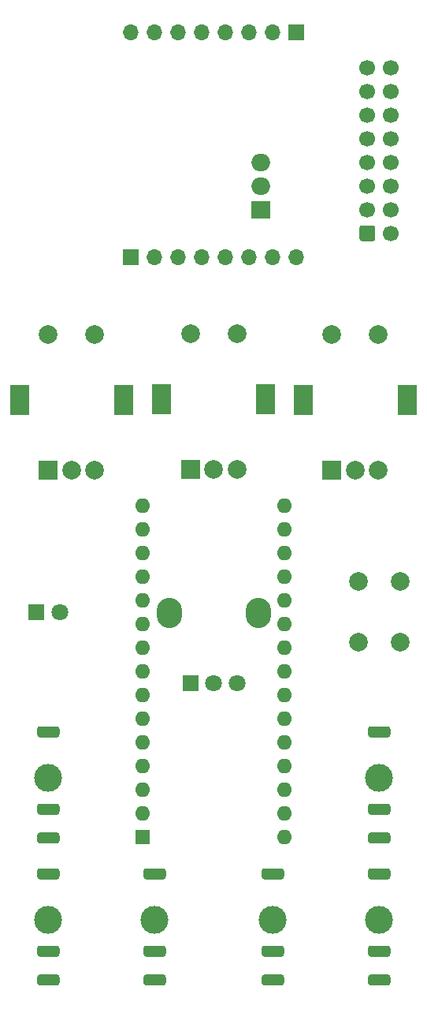
<source format=gbs>
%TF.GenerationSoftware,KiCad,Pcbnew,(5.1.10)-1*%
%TF.CreationDate,2022-04-24T20:33:29+02:00*%
%TF.ProjectId,eugenio,65756765-6e69-46f2-9e6b-696361645f70,rev?*%
%TF.SameCoordinates,Original*%
%TF.FileFunction,Soldermask,Bot*%
%TF.FilePolarity,Negative*%
%FSLAX46Y46*%
G04 Gerber Fmt 4.6, Leading zero omitted, Abs format (unit mm)*
G04 Created by KiCad (PCBNEW (5.1.10)-1) date 2022-04-24 20:33:29*
%MOMM*%
%LPD*%
G01*
G04 APERTURE LIST*
%ADD10C,3.000000*%
%ADD11O,1.700000X1.700000*%
%ADD12R,1.700000X1.700000*%
%ADD13O,2.720000X3.240000*%
%ADD14C,1.800000*%
%ADD15R,1.800000X1.800000*%
%ADD16R,2.000000X2.000000*%
%ADD17C,2.000000*%
%ADD18R,2.000000X3.200000*%
%ADD19O,2.000000X1.905000*%
%ADD20R,2.000000X1.905000*%
%ADD21C,1.700000*%
%ADD22O,1.600000X1.600000*%
%ADD23R,1.600000X1.600000*%
G04 APERTURE END LIST*
%TO.C,J2*%
G36*
G01*
X90240000Y-152860000D02*
X90240000Y-152260000D01*
G75*
G02*
X90540000Y-151960000I300000J0D01*
G01*
X92340000Y-151960000D01*
G75*
G02*
X92640000Y-152260000I0J-300000D01*
G01*
X92640000Y-152860000D01*
G75*
G02*
X92340000Y-153160000I-300000J0D01*
G01*
X90540000Y-153160000D01*
G75*
G02*
X90240000Y-152860000I0J300000D01*
G01*
G37*
G36*
G01*
X90240000Y-161160000D02*
X90240000Y-160560000D01*
G75*
G02*
X90540000Y-160260000I300000J0D01*
G01*
X92340000Y-160260000D01*
G75*
G02*
X92640000Y-160560000I0J-300000D01*
G01*
X92640000Y-161160000D01*
G75*
G02*
X92340000Y-161460000I-300000J0D01*
G01*
X90540000Y-161460000D01*
G75*
G02*
X90240000Y-161160000I0J300000D01*
G01*
G37*
G36*
G01*
X90240000Y-164260000D02*
X90240000Y-163660000D01*
G75*
G02*
X90540000Y-163360000I300000J0D01*
G01*
X92340000Y-163360000D01*
G75*
G02*
X92640000Y-163660000I0J-300000D01*
G01*
X92640000Y-164260000D01*
G75*
G02*
X92340000Y-164560000I-300000J0D01*
G01*
X90540000Y-164560000D01*
G75*
G02*
X90240000Y-164260000I0J300000D01*
G01*
G37*
D10*
X91440000Y-157480000D03*
%TD*%
%TO.C,J1*%
G36*
G01*
X54680000Y-152860000D02*
X54680000Y-152260000D01*
G75*
G02*
X54980000Y-151960000I300000J0D01*
G01*
X56780000Y-151960000D01*
G75*
G02*
X57080000Y-152260000I0J-300000D01*
G01*
X57080000Y-152860000D01*
G75*
G02*
X56780000Y-153160000I-300000J0D01*
G01*
X54980000Y-153160000D01*
G75*
G02*
X54680000Y-152860000I0J300000D01*
G01*
G37*
G36*
G01*
X54680000Y-161160000D02*
X54680000Y-160560000D01*
G75*
G02*
X54980000Y-160260000I300000J0D01*
G01*
X56780000Y-160260000D01*
G75*
G02*
X57080000Y-160560000I0J-300000D01*
G01*
X57080000Y-161160000D01*
G75*
G02*
X56780000Y-161460000I-300000J0D01*
G01*
X54980000Y-161460000D01*
G75*
G02*
X54680000Y-161160000I0J300000D01*
G01*
G37*
G36*
G01*
X54680000Y-164260000D02*
X54680000Y-163660000D01*
G75*
G02*
X54980000Y-163360000I300000J0D01*
G01*
X56780000Y-163360000D01*
G75*
G02*
X57080000Y-163660000I0J-300000D01*
G01*
X57080000Y-164260000D01*
G75*
G02*
X56780000Y-164560000I-300000J0D01*
G01*
X54980000Y-164560000D01*
G75*
G02*
X54680000Y-164260000I0J300000D01*
G01*
G37*
X55880000Y-157480000D03*
%TD*%
D11*
%TO.C,J8*%
X82550000Y-86360000D03*
X80010000Y-86360000D03*
X77470000Y-86360000D03*
X74930000Y-86360000D03*
X72390000Y-86360000D03*
X69850000Y-86360000D03*
X67310000Y-86360000D03*
D12*
X64770000Y-86360000D03*
%TD*%
D13*
%TO.C,RV1*%
X68860000Y-124580000D03*
X78460000Y-124580000D03*
D14*
X76160000Y-132080000D03*
X73660000Y-132080000D03*
D15*
X71160000Y-132080000D03*
%TD*%
D16*
%TO.C,SW3*%
X86360000Y-109220000D03*
D17*
X88860000Y-109220000D03*
X91360000Y-109220000D03*
D18*
X83260000Y-101720000D03*
X94460000Y-101720000D03*
D17*
X86360000Y-94720000D03*
X91360000Y-94720000D03*
%TD*%
D16*
%TO.C,SW2*%
X71160000Y-109132663D03*
D17*
X73660000Y-109132663D03*
X76160000Y-109132663D03*
D18*
X68060000Y-101632663D03*
X79260000Y-101632663D03*
D17*
X71160000Y-94632663D03*
X76160000Y-94632663D03*
%TD*%
D19*
%TO.C,U1*%
X78740000Y-76200000D03*
X78740000Y-78740000D03*
D20*
X78740000Y-81280000D03*
%TD*%
D21*
%TO.C,J6*%
X92710000Y-66040000D03*
X92710000Y-68580000D03*
X92710000Y-71120000D03*
X92710000Y-73660000D03*
X92710000Y-76200000D03*
X92710000Y-78740000D03*
X92710000Y-81280000D03*
X92710000Y-83820000D03*
X90170000Y-66040000D03*
X90170000Y-68580000D03*
X90170000Y-71120000D03*
X90170000Y-73660000D03*
X90170000Y-76200000D03*
X90170000Y-78740000D03*
X90170000Y-81280000D03*
G36*
G01*
X89320000Y-84420000D02*
X89320000Y-83220000D01*
G75*
G02*
X89570000Y-82970000I250000J0D01*
G01*
X90770000Y-82970000D01*
G75*
G02*
X91020000Y-83220000I0J-250000D01*
G01*
X91020000Y-84420000D01*
G75*
G02*
X90770000Y-84670000I-250000J0D01*
G01*
X89570000Y-84670000D01*
G75*
G02*
X89320000Y-84420000I0J250000D01*
G01*
G37*
%TD*%
D17*
%TO.C,SW4*%
X93693545Y-127683950D03*
X89193545Y-127683950D03*
X93693545Y-121183950D03*
X89193545Y-121183950D03*
%TD*%
D16*
%TO.C,SW1*%
X55880000Y-109220000D03*
D17*
X58380000Y-109220000D03*
X60880000Y-109220000D03*
D18*
X52780000Y-101720000D03*
X63980000Y-101720000D03*
D17*
X55880000Y-94720000D03*
X60880000Y-94720000D03*
%TD*%
D22*
%TO.C,A1*%
X81280000Y-113030000D03*
X66040000Y-113030000D03*
X81280000Y-148590000D03*
X66040000Y-115570000D03*
X81280000Y-146050000D03*
X66040000Y-118110000D03*
X81280000Y-143510000D03*
X66040000Y-120650000D03*
X81280000Y-140970000D03*
X66040000Y-123190000D03*
X81280000Y-138430000D03*
X66040000Y-125730000D03*
X81280000Y-135890000D03*
X66040000Y-128270000D03*
X81280000Y-133350000D03*
X66040000Y-130810000D03*
X81280000Y-130810000D03*
X66040000Y-133350000D03*
X81280000Y-128270000D03*
X66040000Y-135890000D03*
X81280000Y-125730000D03*
X66040000Y-138430000D03*
X81280000Y-123190000D03*
X66040000Y-140970000D03*
X81280000Y-120650000D03*
X66040000Y-143510000D03*
X81280000Y-118110000D03*
X66040000Y-146050000D03*
X81280000Y-115570000D03*
D23*
X66040000Y-148590000D03*
%TD*%
%TO.C,J7*%
G36*
G01*
X54680000Y-137620000D02*
X54680000Y-137020000D01*
G75*
G02*
X54980000Y-136720000I300000J0D01*
G01*
X56780000Y-136720000D01*
G75*
G02*
X57080000Y-137020000I0J-300000D01*
G01*
X57080000Y-137620000D01*
G75*
G02*
X56780000Y-137920000I-300000J0D01*
G01*
X54980000Y-137920000D01*
G75*
G02*
X54680000Y-137620000I0J300000D01*
G01*
G37*
G36*
G01*
X54680000Y-145920000D02*
X54680000Y-145320000D01*
G75*
G02*
X54980000Y-145020000I300000J0D01*
G01*
X56780000Y-145020000D01*
G75*
G02*
X57080000Y-145320000I0J-300000D01*
G01*
X57080000Y-145920000D01*
G75*
G02*
X56780000Y-146220000I-300000J0D01*
G01*
X54980000Y-146220000D01*
G75*
G02*
X54680000Y-145920000I0J300000D01*
G01*
G37*
G36*
G01*
X54680000Y-149020000D02*
X54680000Y-148420000D01*
G75*
G02*
X54980000Y-148120000I300000J0D01*
G01*
X56780000Y-148120000D01*
G75*
G02*
X57080000Y-148420000I0J-300000D01*
G01*
X57080000Y-149020000D01*
G75*
G02*
X56780000Y-149320000I-300000J0D01*
G01*
X54980000Y-149320000D01*
G75*
G02*
X54680000Y-149020000I0J300000D01*
G01*
G37*
D10*
X55880000Y-142240000D03*
%TD*%
%TO.C,J3*%
G36*
G01*
X78810000Y-152860000D02*
X78810000Y-152260000D01*
G75*
G02*
X79110000Y-151960000I300000J0D01*
G01*
X80910000Y-151960000D01*
G75*
G02*
X81210000Y-152260000I0J-300000D01*
G01*
X81210000Y-152860000D01*
G75*
G02*
X80910000Y-153160000I-300000J0D01*
G01*
X79110000Y-153160000D01*
G75*
G02*
X78810000Y-152860000I0J300000D01*
G01*
G37*
G36*
G01*
X78810000Y-161160000D02*
X78810000Y-160560000D01*
G75*
G02*
X79110000Y-160260000I300000J0D01*
G01*
X80910000Y-160260000D01*
G75*
G02*
X81210000Y-160560000I0J-300000D01*
G01*
X81210000Y-161160000D01*
G75*
G02*
X80910000Y-161460000I-300000J0D01*
G01*
X79110000Y-161460000D01*
G75*
G02*
X78810000Y-161160000I0J300000D01*
G01*
G37*
G36*
G01*
X78810000Y-164260000D02*
X78810000Y-163660000D01*
G75*
G02*
X79110000Y-163360000I300000J0D01*
G01*
X80910000Y-163360000D01*
G75*
G02*
X81210000Y-163660000I0J-300000D01*
G01*
X81210000Y-164260000D01*
G75*
G02*
X80910000Y-164560000I-300000J0D01*
G01*
X79110000Y-164560000D01*
G75*
G02*
X78810000Y-164260000I0J300000D01*
G01*
G37*
X80010000Y-157480000D03*
%TD*%
D11*
%TO.C,J11*%
X64770000Y-62230000D03*
X67310000Y-62230000D03*
X69850000Y-62230000D03*
X72390000Y-62230000D03*
X74930000Y-62230000D03*
X77470000Y-62230000D03*
X80010000Y-62230000D03*
D12*
X82550000Y-62230000D03*
%TD*%
%TO.C,J5*%
G36*
G01*
X66110000Y-152860000D02*
X66110000Y-152260000D01*
G75*
G02*
X66410000Y-151960000I300000J0D01*
G01*
X68210000Y-151960000D01*
G75*
G02*
X68510000Y-152260000I0J-300000D01*
G01*
X68510000Y-152860000D01*
G75*
G02*
X68210000Y-153160000I-300000J0D01*
G01*
X66410000Y-153160000D01*
G75*
G02*
X66110000Y-152860000I0J300000D01*
G01*
G37*
G36*
G01*
X66110000Y-161160000D02*
X66110000Y-160560000D01*
G75*
G02*
X66410000Y-160260000I300000J0D01*
G01*
X68210000Y-160260000D01*
G75*
G02*
X68510000Y-160560000I0J-300000D01*
G01*
X68510000Y-161160000D01*
G75*
G02*
X68210000Y-161460000I-300000J0D01*
G01*
X66410000Y-161460000D01*
G75*
G02*
X66110000Y-161160000I0J300000D01*
G01*
G37*
G36*
G01*
X66110000Y-164260000D02*
X66110000Y-163660000D01*
G75*
G02*
X66410000Y-163360000I300000J0D01*
G01*
X68210000Y-163360000D01*
G75*
G02*
X68510000Y-163660000I0J-300000D01*
G01*
X68510000Y-164260000D01*
G75*
G02*
X68210000Y-164560000I-300000J0D01*
G01*
X66410000Y-164560000D01*
G75*
G02*
X66110000Y-164260000I0J300000D01*
G01*
G37*
D10*
X67310000Y-157480000D03*
%TD*%
D14*
%TO.C,D2*%
X57150000Y-124460000D03*
D15*
X54610000Y-124460000D03*
%TD*%
%TO.C,J4*%
G36*
G01*
X90240000Y-137620000D02*
X90240000Y-137020000D01*
G75*
G02*
X90540000Y-136720000I300000J0D01*
G01*
X92340000Y-136720000D01*
G75*
G02*
X92640000Y-137020000I0J-300000D01*
G01*
X92640000Y-137620000D01*
G75*
G02*
X92340000Y-137920000I-300000J0D01*
G01*
X90540000Y-137920000D01*
G75*
G02*
X90240000Y-137620000I0J300000D01*
G01*
G37*
G36*
G01*
X90240000Y-145920000D02*
X90240000Y-145320000D01*
G75*
G02*
X90540000Y-145020000I300000J0D01*
G01*
X92340000Y-145020000D01*
G75*
G02*
X92640000Y-145320000I0J-300000D01*
G01*
X92640000Y-145920000D01*
G75*
G02*
X92340000Y-146220000I-300000J0D01*
G01*
X90540000Y-146220000D01*
G75*
G02*
X90240000Y-145920000I0J300000D01*
G01*
G37*
G36*
G01*
X90240000Y-149020000D02*
X90240000Y-148420000D01*
G75*
G02*
X90540000Y-148120000I300000J0D01*
G01*
X92340000Y-148120000D01*
G75*
G02*
X92640000Y-148420000I0J-300000D01*
G01*
X92640000Y-149020000D01*
G75*
G02*
X92340000Y-149320000I-300000J0D01*
G01*
X90540000Y-149320000D01*
G75*
G02*
X90240000Y-149020000I0J300000D01*
G01*
G37*
D10*
X91440000Y-142240000D03*
%TD*%
M02*

</source>
